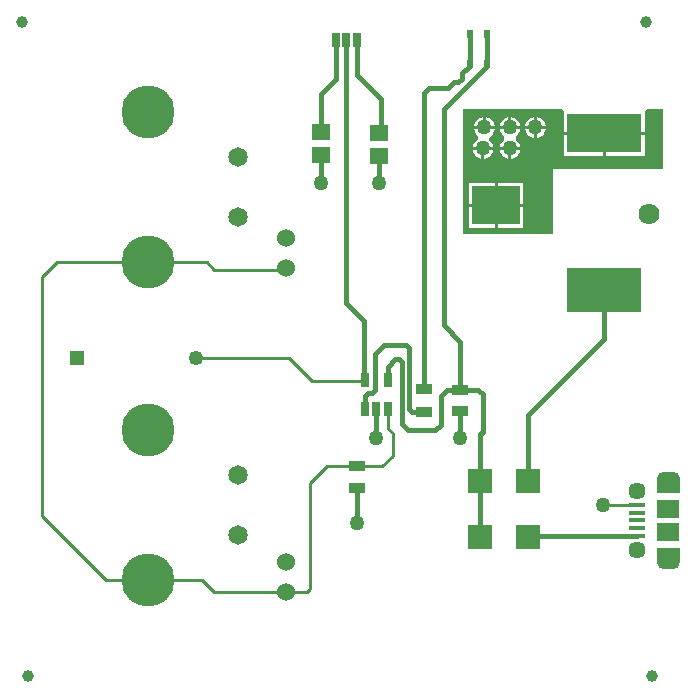
<source format=gbr>
%TF.GenerationSoftware,Altium Limited,Altium Designer,24.6.1 (21)*%
G04 Layer_Physical_Order=1*
G04 Layer_Color=255*
%FSLAX45Y45*%
%MOMM*%
%TF.SameCoordinates,AC9FF34B-BC34-43DD-B331-A16B571A9E15*%
%TF.FilePolarity,Positive*%
%TF.FileFunction,Copper,L1,Top,Signal*%
%TF.Part,Single*%
G01*
G75*
%TA.AperFunction,NonConductor*%
%ADD10C,0.50000*%
%TA.AperFunction,SMDPad,CuDef*%
%ADD11R,1.55000X1.35000*%
%ADD12R,1.40000X0.95000*%
%ADD13R,2.00000X2.00000*%
%ADD14R,0.63500X1.27000*%
%ADD15R,0.70000X1.30000*%
%ADD16R,1.45000X0.95000*%
%ADD17R,0.60000X0.80000*%
%ADD18R,6.35000X3.81000*%
%TA.AperFunction,ConnectorPad*%
%ADD19R,1.35000X0.40000*%
%TA.AperFunction,SMDPad,CuDef*%
%ADD20R,6.35000X3.30000*%
%ADD21R,4.06000X3.30000*%
%TA.AperFunction,ConnectorPad*%
%ADD22R,1.90000X1.50000*%
%TA.AperFunction,Conductor*%
%ADD23C,0.38100*%
%ADD24C,0.25400*%
%TA.AperFunction,ComponentPad*%
%ADD25C,1.25000*%
%ADD26C,1.52400*%
%ADD27C,4.50000*%
%ADD28R,1.25000X1.25000*%
%ADD29C,1.65000*%
%ADD30C,1.45000*%
%ADD31C,1.00000*%
%ADD32C,1.78000*%
%TA.AperFunction,ViaPad*%
%ADD33C,1.27000*%
G36*
X5868800Y1497200D02*
X5678800D01*
Y1367200D01*
X5868800D01*
Y1497200D01*
D02*
G37*
G36*
X5818803Y1367200D02*
X5728800D01*
Y1317200D01*
X5818803Y1317202D01*
Y1367200D01*
D02*
G37*
G36*
X5728797Y2087201D02*
X5818800D01*
Y2137200D01*
X5728797Y2137198D01*
Y2087201D01*
D02*
G37*
G36*
X5678800Y1957200D02*
X5868800D01*
Y2087200D01*
X5678800D01*
Y1957200D01*
D02*
G37*
G36*
X5727700Y4699000D02*
X4800600D01*
Y4152900D01*
X4038600D01*
Y5207000D01*
X4867519D01*
X4887700Y5194400D01*
X4887700Y5181600D01*
Y5016700D01*
X5230600D01*
X5573500D01*
Y5181600D01*
X5573500Y5194400D01*
X5593681Y5207000D01*
X5727700D01*
Y4699000D01*
D02*
G37*
%LPC*%
G36*
X4660900Y5143233D02*
Y5067300D01*
X4736833D01*
X4731042Y5088914D01*
X4719338Y5109186D01*
X4702786Y5125738D01*
X4682514Y5137442D01*
X4660900Y5143233D01*
D02*
G37*
G36*
X4635500D02*
X4613886Y5137442D01*
X4593614Y5125738D01*
X4577062Y5109186D01*
X4565358Y5088914D01*
X4559567Y5067300D01*
X4635500D01*
Y5143233D01*
D02*
G37*
G36*
X4445000D02*
Y5067300D01*
X4520933D01*
X4515142Y5088914D01*
X4503438Y5109186D01*
X4486886Y5125738D01*
X4466614Y5137442D01*
X4445000Y5143233D01*
D02*
G37*
G36*
X4419600D02*
X4397986Y5137442D01*
X4377714Y5125738D01*
X4361162Y5109186D01*
X4349458Y5088914D01*
X4343667Y5067300D01*
X4419600D01*
Y5143233D01*
D02*
G37*
G36*
X4229100D02*
Y5067300D01*
X4305033D01*
X4299242Y5088914D01*
X4287538Y5109186D01*
X4270986Y5125738D01*
X4250714Y5137442D01*
X4229100Y5143233D01*
D02*
G37*
G36*
X4203700D02*
X4182086Y5137442D01*
X4161814Y5125738D01*
X4145262Y5109186D01*
X4133558Y5088914D01*
X4127767Y5067300D01*
X4203700D01*
Y5143233D01*
D02*
G37*
G36*
X4736833Y5041900D02*
X4660900D01*
Y4965967D01*
X4682514Y4971758D01*
X4702786Y4983462D01*
X4719338Y5000014D01*
X4731042Y5020286D01*
X4736833Y5041900D01*
D02*
G37*
G36*
X4635500D02*
X4559567D01*
X4565358Y5020286D01*
X4577062Y5000014D01*
X4593614Y4983462D01*
X4613886Y4971758D01*
X4635500Y4965967D01*
Y5041900D01*
D02*
G37*
G36*
X4520933D02*
X4343667D01*
X4349458Y5020286D01*
X4361162Y5000014D01*
X4377714Y4983462D01*
X4383079Y4980365D01*
Y4951035D01*
X4377714Y4947938D01*
X4361162Y4931386D01*
X4349458Y4911114D01*
X4343667Y4889500D01*
X4520933D01*
X4515142Y4911114D01*
X4503438Y4931386D01*
X4486886Y4947938D01*
X4481521Y4951035D01*
Y4980365D01*
X4486886Y4983462D01*
X4503438Y5000014D01*
X4515142Y5020286D01*
X4520933Y5041900D01*
D02*
G37*
G36*
X4305033D02*
X4127767D01*
X4133558Y5020286D01*
X4145262Y5000014D01*
X4161814Y4983462D01*
X4161852Y4983440D01*
X4163139Y4979376D01*
X4160829Y4954701D01*
X4149114Y4947938D01*
X4132562Y4931386D01*
X4120858Y4911114D01*
X4115067Y4889500D01*
X4292333D01*
X4286542Y4911114D01*
X4274838Y4931386D01*
X4258286Y4947938D01*
X4258248Y4947960D01*
X4256961Y4952024D01*
X4259271Y4976699D01*
X4270986Y4983462D01*
X4287538Y5000014D01*
X4299242Y5020286D01*
X4305033Y5041900D01*
D02*
G37*
G36*
X5573500Y4991300D02*
X5243300D01*
Y4813600D01*
X5573500D01*
Y4991300D01*
D02*
G37*
G36*
X5217900D02*
X4887700D01*
Y4813600D01*
X5217900D01*
Y4991300D01*
D02*
G37*
G36*
X4520933Y4864100D02*
X4445000D01*
Y4788167D01*
X4466614Y4793958D01*
X4486886Y4805662D01*
X4503438Y4822214D01*
X4515142Y4842486D01*
X4520933Y4864100D01*
D02*
G37*
G36*
X4419600D02*
X4343667D01*
X4349458Y4842486D01*
X4361162Y4822214D01*
X4377714Y4805662D01*
X4397986Y4793958D01*
X4419600Y4788167D01*
Y4864100D01*
D02*
G37*
G36*
X4292333D02*
X4216400D01*
Y4788167D01*
X4238014Y4793958D01*
X4258286Y4805662D01*
X4274838Y4822214D01*
X4286542Y4842486D01*
X4292333Y4864100D01*
D02*
G37*
G36*
X4191000D02*
X4115067D01*
X4120858Y4842486D01*
X4132562Y4822214D01*
X4149114Y4805662D01*
X4169386Y4793958D01*
X4191000Y4788167D01*
Y4864100D01*
D02*
G37*
G36*
X4545000Y4584400D02*
X4329300D01*
Y4406700D01*
X4545000D01*
Y4584400D01*
D02*
G37*
G36*
X4303900D02*
X4088200D01*
Y4406700D01*
X4303900D01*
Y4584400D01*
D02*
G37*
G36*
X4545000Y4381300D02*
X4329300D01*
Y4203600D01*
X4545000D01*
Y4381300D01*
D02*
G37*
G36*
X4303900D02*
X4088200D01*
Y4203600D01*
X4303900D01*
Y4381300D01*
D02*
G37*
%LPD*%
D10*
X5843800Y1367200D02*
G03*
X5843800Y1367200I-25000J0D01*
G01*
X5753800D02*
G03*
X5753800Y1367200I-25000J0D01*
G01*
X5843800Y2087200D02*
G03*
X5843800Y2087200I-25000J0D01*
G01*
X5753800D02*
G03*
X5753800Y2087200I-25000J0D01*
G01*
D11*
X3327400Y4808800D02*
D03*
Y5003800D02*
D03*
X2832100Y4817400D02*
D03*
Y5012400D02*
D03*
D12*
X4013200Y2650700D02*
D03*
Y2835700D02*
D03*
X3136900Y2188000D02*
D03*
Y2003000D02*
D03*
D13*
X4181500Y1587500D02*
D03*
X4581500D02*
D03*
Y2057400D02*
D03*
X4181500D02*
D03*
D14*
X2959100Y5791200D02*
D03*
X3136900D02*
D03*
X3048000D02*
D03*
D15*
X3207000Y2914000D02*
D03*
Y2674000D02*
D03*
X3397000D02*
D03*
Y2914000D02*
D03*
X3302000Y2674000D02*
D03*
D16*
X3708400Y2645700D02*
D03*
Y2840700D02*
D03*
D17*
X4093100Y5842000D02*
D03*
Y5588000D02*
D03*
X4238100Y5842000D02*
D03*
Y5588000D02*
D03*
D18*
X5230600Y3675000D02*
D03*
D19*
X5503800Y1597200D02*
D03*
Y1857200D02*
D03*
Y1662200D02*
D03*
Y1727200D02*
D03*
Y1792200D02*
D03*
D20*
X5230600Y5004000D02*
D03*
D21*
X4316600Y4394000D02*
D03*
D22*
X5773800Y1627200D02*
D03*
Y1827200D02*
D03*
D23*
X4591200Y1597200D02*
X5503800D01*
X4581500Y1587500D02*
X4591200Y1597200D01*
X4013200Y2425700D02*
Y2650700D01*
X4581500Y2057400D02*
X4584700Y2060600D01*
Y2616200D01*
X5230600Y3262100D02*
Y3675000D01*
X4584700Y2616200D02*
X5230600Y3262100D01*
X4013200Y2835700D02*
Y3238500D01*
X3873500Y3378200D02*
Y5213400D01*
Y3378200D02*
X4013200Y3238500D01*
X4238100Y5578000D02*
Y5588000D01*
X3873500Y5213400D02*
X4238100Y5578000D01*
X3708400Y2840700D02*
Y5347602D01*
X4028268Y5513168D02*
X4082150Y5567050D01*
Y5577050D01*
X4093100Y5588000D01*
X4028268Y5467971D02*
Y5513168D01*
X3708400Y5347602D02*
X3745598Y5384800D01*
X3962400Y5435600D02*
X3995898D01*
X3745598Y5384800D02*
X3911600D01*
X3995898Y5435600D02*
X4028268Y5467971D01*
X3911600Y5384800D02*
X3962400Y5435600D01*
X4093100Y5588000D02*
Y5842000D01*
X3365500Y3213100D02*
X3551900D01*
X3286450Y3134050D02*
X3365500Y3213100D01*
X4238100Y5588000D02*
Y5842000D01*
X4181500Y2057400D02*
Y2458157D01*
X4200618Y2477275D01*
X4162000Y2835700D02*
X4200618Y2797082D01*
Y2477275D02*
Y2797082D01*
X4013200Y2835700D02*
X4162000D01*
X4181500Y1587500D02*
Y2057400D01*
X3848100Y2781300D02*
X3902500Y2835700D01*
X4013200D01*
X3800382Y2489200D02*
X3848100Y2536918D01*
X3568700Y2489200D02*
X3800382D01*
X3848100Y2536918D02*
Y2781300D01*
X3459918Y3091618D02*
X3491481D01*
X3513800Y2544100D02*
X3568700Y2489200D01*
X3397000Y3028700D02*
X3459918Y3091618D01*
X3491481D02*
X3513800Y3069300D01*
Y2544100D02*
Y3069300D01*
X3577300Y2668019D02*
X3599618Y2645700D01*
X3708400D01*
X3577300Y2668019D02*
Y3187700D01*
X3397000Y2914000D02*
Y3028700D01*
X3551900Y3213100D02*
X3577300Y3187700D01*
X3207000Y2782231D02*
X3229318Y2804550D01*
X3260412D01*
X3286450Y2830588D01*
X3207000Y2674000D02*
Y2782231D01*
X3286450Y2830588D02*
Y3134050D01*
X3200400Y2920600D02*
Y3416300D01*
Y2920600D02*
X3207000Y2914000D01*
X3048000Y3568700D02*
X3200400Y3416300D01*
X3048000Y3568700D02*
Y5791200D01*
X3340100Y5016500D02*
Y5295900D01*
X3327400Y5003800D02*
X3340100Y5016500D01*
X3136900Y5499100D02*
Y5791200D01*
Y5499100D02*
X3340100Y5295900D01*
X2832100Y5012400D02*
Y5334000D01*
X2959100Y5461000D02*
Y5791200D01*
X2832100Y5334000D02*
X2959100Y5461000D01*
X3327400Y4584700D02*
Y4808800D01*
X2832100Y4584700D02*
Y4817400D01*
X3302000Y2425700D02*
Y2674000D01*
X3136900Y1701800D02*
Y2003000D01*
X3159400D01*
D24*
X2743200Y2044700D02*
X2882900Y2184400D01*
X2743200Y1143000D02*
Y2044700D01*
X2540000Y1117600D02*
X2717800D01*
X2743200Y1143000D01*
X3397000Y2505958D02*
X3441700Y2461258D01*
X3352800Y2184400D02*
X3441700Y2273300D01*
Y2461258D01*
X3397000Y2505958D02*
Y2674000D01*
X2882900Y2184400D02*
X3352800D01*
X2755900Y2908300D02*
X3201300D01*
X3207000Y2914000D01*
X1770000Y3098800D02*
X2565400D01*
X2755900Y2908300D01*
X2527300Y3848100D02*
X2540000Y3860800D01*
X1930400Y3848100D02*
X2527300D01*
X1866900Y3911600D02*
X1930400Y3848100D01*
X1371600Y3911600D02*
X1866900D01*
X469900Y3784600D02*
X596900Y3911600D01*
X1371600D01*
X469900Y1765300D02*
Y3784600D01*
Y1765300D02*
X1016000Y1219200D01*
X1371600D01*
X5219700Y1854200D02*
X5222700Y1857200D01*
X5503800D01*
X1371600Y1219200D02*
X1828800D01*
X1930400Y1117600D02*
X2540000D01*
X1828800Y1219200D02*
X1930400Y1117600D01*
D25*
X1770000Y3098800D02*
D03*
D26*
X2540000Y3860800D02*
D03*
Y1117600D02*
D03*
Y4114800D02*
D03*
Y1371600D02*
D03*
D27*
X1371600Y3911600D02*
D03*
Y1219200D02*
D03*
Y5181600D02*
D03*
Y2489200D02*
D03*
D28*
X770000Y3098800D02*
D03*
D29*
X2133600Y2109200D02*
D03*
Y1600200D02*
D03*
Y4801600D02*
D03*
Y4292600D02*
D03*
D30*
X5503800Y1977200D02*
D03*
Y1477200D02*
D03*
D31*
X304800Y5943600D02*
D03*
X5588000D02*
D03*
X5638800Y406400D02*
D03*
X355600D02*
D03*
D32*
X5606600Y4318000D02*
D03*
D33*
X4013200Y2425700D02*
D03*
X3327400Y4584700D02*
D03*
X2832100D02*
D03*
X3302000Y2425700D02*
D03*
X3136900Y1701800D02*
D03*
X4432300Y4876800D02*
D03*
X4203700D02*
D03*
X4216400Y5054600D02*
D03*
X4432300D02*
D03*
X4648200D02*
D03*
X5219700Y1854200D02*
D03*
%TF.MD5,7654c81fb1d8cda202d2004f1b565867*%
M02*

</source>
